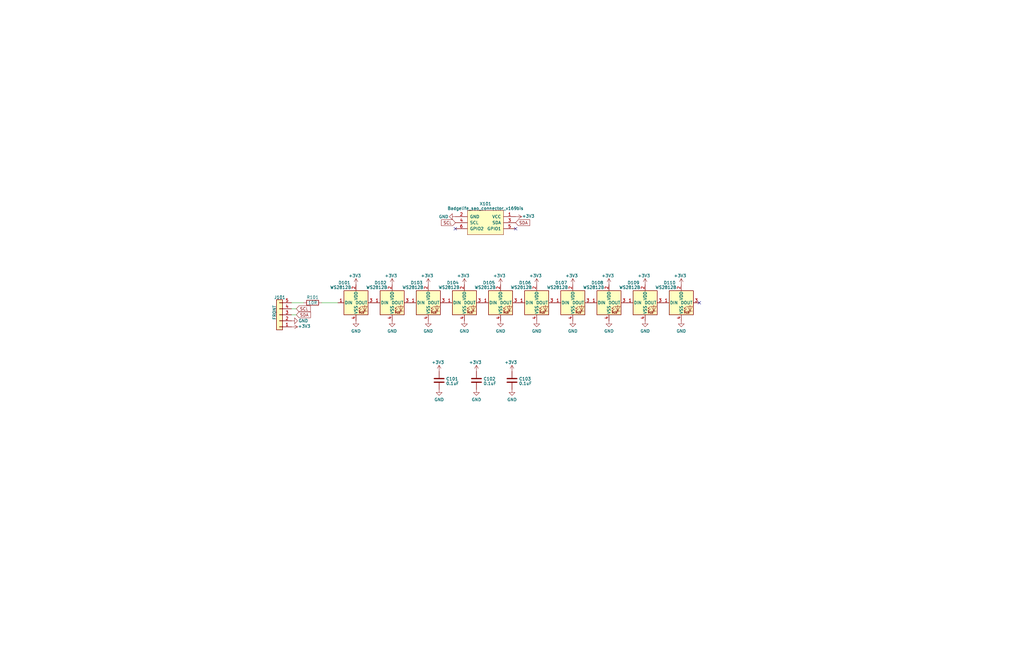
<source format=kicad_sch>
(kicad_sch (version 20230121) (generator eeschema)
  (paper "USLedger")
  (title_block (title "DCZia Electric Sampler") (date "2023-07-14") (rev "1.0") (company "DCZia"))
  (lib_symbols
    (symbol "Connector_Generic:Conn_01x05" (pin_names (offset 1.016) hide)
      (property "Reference" "J" (at 0 7.62 0))
      (property "Value" "Conn_01x05" (at 0 -7.62 0))
      (symbol "Conn_01x05_1_1"
        (rectangle (start -1.27 -4.953) (end 0 -5.207) (stroke (width 0.1524)))
        (rectangle (start -1.27 -2.413) (end 0 -2.667) (stroke (width 0.1524)))
        (rectangle (start -1.27 0.127) (end 0 -0.127) (stroke (width 0.1524)))
        (rectangle (start -1.27 2.667) (end 0 2.413) (stroke (width 0.1524)))
        (rectangle (start -1.27 5.207) (end 0 4.953) (stroke (width 0.1524)))
        (rectangle (start -1.27 6.35) (end 1.27 -6.35) (stroke (width 0.254)) (fill (type background)))
        (pin passive line (at -5.08 5.08 0) (length 3.81) (name "Pin_1") (number "1"))
        (pin passive line (at -5.08 2.54 0) (length 3.81) (name "Pin_2") (number "2"))
        (pin passive line (at -5.08 0 0) (length 3.81) (name "Pin_3") (number "3"))
        (pin passive line (at -5.08 -2.54 0) (length 3.81) (name "Pin_4") (number "4"))
        (pin passive line (at -5.08 -5.08 0) (length 3.81) (name "Pin_5") (number "5"))
      )
    )
    (symbol "Device:C" (pin_numbers hide) (pin_names (offset 0.254))
      (property "Reference" "C" (at 0.635 2.54 0))
      (property "Value" "C" (at 0.635 -2.54 0))
      (symbol "C_0_1"
        (polyline (pts (xy -2.032 -0.762) (xy 2.032 -0.762)) (stroke (width 0.508)))
        (polyline (pts (xy -2.032 0.762) (xy 2.032 0.762)) (stroke (width 0.508)))
      )
      (symbol "C_1_1"
        (pin passive line (at 0 3.81 270) (length 2.794) (name "~") (number "1"))
        (pin passive line (at 0 -3.81 90) (length 2.794) (name "~") (number "2"))
      )
    )
    (symbol "Device:R" (pin_numbers hide) (pin_names (offset 0))
      (property "Reference" "R" (at 2.032 0 90))
      (property "Value" "R" (at 0 0 90))
      (symbol "R_0_1"
        (rectangle (start -1.016 -2.54) (end 1.016 2.54) (stroke (width 0.254)))
      )
      (symbol "R_1_1"
        (pin passive line (at 0 3.81 270) (length 1.27) (name "~") (number "1"))
        (pin passive line (at 0 -3.81 90) (length 1.27) (name "~") (number "2"))
      )
    )
    (symbol "SK6812-SIDE:SK6812-SIDE" (pin_names (offset 0.254))
      (property "Reference" "D" (at 5.08 5.715 0))
      (property "Value" "SK6812-SIDE" (at 1.27 -5.715 0))
      (symbol "SK6812-SIDE_0_0"
        (text "RGB" (at 2.286 -4.191 0) (effects (font (size 0.762 0.762))))
      )
      (symbol "SK6812-SIDE_0_1"
        (polyline (pts (xy 1.27 -3.556) (xy 1.778 -3.556)))
        (polyline (pts (xy 1.27 -2.54) (xy 1.778 -2.54)))
        (polyline (pts (xy 4.699 -3.556) (xy 2.667 -3.556)))
        (polyline (pts (xy 2.286 -2.54) (xy 1.27 -3.556) (xy 1.27 -3.048)))
        (polyline (pts (xy 2.286 -1.524) (xy 1.27 -2.54) (xy 1.27 -2.032)))
        (polyline (pts (xy 3.683 -1.016) (xy 3.683 -3.556) (xy 3.683 -4.064)))
        (polyline (pts (xy 4.699 -1.524) (xy 2.667 -1.524) (xy 3.683 -3.556) (xy 4.699 -1.524)))
        (rectangle (start 5.08 5.08) (end -5.08 -5.08) (stroke (width 0.254)) (fill (type background)))
      )
      (symbol "SK6812-SIDE_1_1"
        (pin input line (at -7.62 0 0) (length 2.54) (name "DIN") (number "1"))
        (pin power_in line (at 0 7.62 270) (length 2.54) (name "VDD") (number "2"))
        (pin output line (at 7.62 0 180) (length 2.54) (name "DOUT") (number "3"))
        (pin power_in line (at 0 -7.62 90) (length 2.54) (name "VSS") (number "4"))
      )
    )
    (symbol "badgelife_shitty_addon_v169bis:Badgelife_sao_connector_v169bis" (pin_names (offset 1.016))
      (property "Reference" "X" (at -7.112 8.382 0))
      (property "Value" "Badgelife_sao_connector_v169bis" (at 0 6.35 0))
      (symbol "Badgelife_sao_connector_v169bis_0_1"
        (rectangle (start 7.62 5.08) (end -7.62 -5.08) (fill (type background)))
      )
      (symbol "Badgelife_sao_connector_v169bis_1_1"
        (pin input line (at 12.7 2.54 180) (length 5.08) (name "VCC") (number "1"))
        (pin input line (at -12.7 2.54 0) (length 5.08) (name "GND") (number "2"))
        (pin input line (at 12.7 0 180) (length 5.08) (name "SDA") (number "3"))
        (pin input line (at -12.7 0 0) (length 5.08) (name "SCL") (number "4"))
        (pin input line (at 12.7 -2.54 180) (length 5.08) (name "GPIO1") (number "5"))
        (pin input line (at -12.7 -2.54 0) (length 5.08) (name "GPIO2") (number "6"))
      )
    )
    (symbol "power:+3V3" (power) (pin_names (offset 0))
      (property "Value" "+3V3" (at 0 3.556 0))
      (symbol "+3V3_0_1"
        (polyline (pts (xy -0.762 1.27) (xy 0 2.54)))
        (polyline (pts (xy 0 0) (xy 0 2.54)))
        (polyline (pts (xy 0 2.54) (xy 0.762 1.27)))
      )
      (symbol "+3V3_1_1"
        (pin power_in line (at 0 0 90) (length 0) hide (name "+3V3") (number "1"))
      )
    )
    (symbol "power:GND" (power) (pin_names (offset 0))
      (property "Value" "GND" (at 0 -3.81 0))
      (symbol "GND_0_1"
        (polyline (pts (xy 0 0) (xy 0 -1.27) (xy 1.27 -1.27) (xy 0 -2.54) (xy -1.27 -1.27) (xy 0 -1.27)))
      )
      (symbol "GND_1_1"
        (pin power_in line (at 0 0 270) (length 0) hide (name "GND") (number "1"))
      )
    )
  )
  (no_connect (at 192.024 96.52))
  (no_connect (at 294.894 127.762))
  (no_connect (at 217.424 96.52))
  (wire (pts (xy 122.936 132.842) (xy 124.968 132.842)))
  (wire (pts (xy 122.936 130.302) (xy 124.968 130.302)))
  (wire (pts (xy 122.936 127.762) (xy 128.016 127.762)))
  (wire (pts (xy 135.636 127.762) (xy 142.494 127.762)))
  (global_label "SCL" (shape input) (at 124.968 130.302 0) (property "Intersheetrefs" "${INTERSHEET_REFS}" (effects hide)))
  (global_label "SDA" (shape input) (at 124.968 132.842 0) (property "Intersheetrefs" "${INTERSHEET_REFS}" (effects hide)))
  (global_label "SCL" (shape input) (at 192.024 93.98 180) (property "Intersheetrefs" "${INTERSHEET_REFS}" (effects hide)))
  (global_label "SDA" (shape input) (at 217.424 93.98 0) (property "Intersheetrefs" "${INTERSHEET_REFS}" (effects hide)))
  (symbol (lib_id "power:GND") (at 180.594 135.382 0) (unit 1)
    (property "Reference" "#PWR0108" (effects hide))
    (property "Value" "GND" (at 180.594 139.7064 0))
  )
  (symbol (lib_id "power:+3V3") (at 122.936 137.922 270) (unit 1)
    (property "Reference" "#PWR0101" (effects hide))
    (property "Value" "+3V3" (at 128.27 137.668 90))
  )
  (symbol (lib_id "SK6812-SIDE:SK6812-SIDE") (at 150.114 127.762 0) (unit 1)
    (property "Reference" "D101" (at 142.6465 119.3303 0) (effects (justify left)))
    (property "Value" "WS2812B" (at 139.1413 121.2734 0) (effects (justify left)))
    (property "Footprint" "lib_fp:LED_SK6812_4020_" (effects hide))
    (property "Datasheet" "https://cdn-shop.adafruit.com/datasheets/WS2812B.pdf" (effects hide))
  )
  (symbol (lib_id "power:GND") (at 185.166 164.338 0) (unit 1)
    (property "Reference" "#PWR0126" (effects hide))
    (property "Value" "GND" (at 185.166 168.6624 0))
  )
  (symbol (lib_id "power:+3V3") (at 165.354 120.142 0) (unit 1)
    (property "Reference" "#PWR0105" (effects hide))
    (property "Value" "+3V3" (at 164.846 116.332 0))
  )
  (symbol (lib_id "power:GND") (at 192.024 91.44 270) (unit 1)
    (property "Reference" "#PWR0124" (effects hide))
    (property "Value" "GND" (at 187.071 91.44 90))
  )
  (symbol (lib_id "power:GND") (at 272.034 135.382 0) (unit 1)
    (property "Reference" "#PWR0120" (effects hide))
    (property "Value" "GND" (at 272.034 139.7064 0))
  )
  (symbol (lib_id "power:GND") (at 287.274 135.382 0) (unit 1)
    (property "Reference" "#PWR0122" (effects hide))
    (property "Value" "GND" (at 287.274 139.7064 0))
  )
  (symbol (lib_id "SK6812-SIDE:SK6812-SIDE") (at 165.354 127.762 0) (unit 1)
    (property "Reference" "D102" (at 157.8865 119.3303 0) (effects (justify left)))
    (property "Value" "WS2812B" (at 154.3813 121.2734 0) (effects (justify left)))
    (property "Footprint" "lib_fp:LED_SK6812_4020_" (effects hide))
    (property "Datasheet" "https://cdn-shop.adafruit.com/datasheets/WS2812B.pdf" (effects hide))
  )
  (symbol (lib_id "power:+3V3") (at 215.9 156.718 0) (unit 1)
    (property "Reference" "#PWR0129" (effects hide))
    (property "Value" "+3V3" (at 215.392 152.908 0))
  )
  (symbol (lib_id "power:+3V3") (at 150.114 120.142 0) (unit 1)
    (property "Reference" "#PWR0103" (effects hide))
    (property "Value" "+3V3" (at 149.606 116.332 0))
  )
  (symbol (lib_id "power:GND") (at 122.936 135.382 90) (unit 1)
    (property "Reference" "#PWR0102" (effects hide))
    (property "Value" "GND" (at 127.889 135.382 90))
  )
  (symbol (lib_id "power:+3V3") (at 226.314 120.142 0) (unit 1)
    (property "Reference" "#PWR0113" (effects hide))
    (property "Value" "+3V3" (at 225.806 116.332 0))
  )
  (symbol (lib_id "Connector_Generic:Conn_01x05") (at 117.856 132.842 180) (unit 1)
    (property "Reference" "J101" (at 117.983 125.476 0))
    (property "Value" "FRONT" (at 115.697 131.826 90))
    (property "Footprint" "Connector_PinSocket_2.54mm:PinSocket_1x05_P2.54mm_Vertical_SMD_Pin1Left" (effects hide))
  )
  (symbol (lib_id "power:+3V3") (at 200.914 156.718 0) (unit 1)
    (property "Reference" "#PWR0127" (effects hide))
    (property "Value" "+3V3" (at 200.406 152.908 0))
  )
  (symbol (lib_id "power:GND") (at 256.794 135.382 0) (unit 1)
    (property "Reference" "#PWR0118" (effects hide))
    (property "Value" "GND" (at 256.794 139.7064 0))
  )
  (symbol (lib_id "badgelife_shitty_addon_v169bis:Badgelife_sao_connector_v169bis") (at 204.724 93.98 0) (unit 1)
    (property "Reference" "X101" (at 204.724 86.0171 0))
    (property "Value" "Badgelife_sao_connector_v169bis" (at 204.724 87.9381 0))
    (property "Footprint" "lib_fp:Badgelife-Shitty-v1.69bis" (effects hide))
  )
  (symbol (lib_id "Device:C") (at 200.914 160.528 0) (unit 1)
    (property "Reference" "C102" (at 203.835 159.8843 0) (effects (justify left)))
    (property "Value" "0.1uF" (at 203.835 161.8053 0) (effects (justify left)))
    (property "Footprint" "Capacitor_SMD:C_0603_1608Metric" (effects hide))
  )
  (symbol (lib_id "SK6812-SIDE:SK6812-SIDE") (at 241.554 127.762 0) (unit 1)
    (property "Reference" "D107" (at 234.0865 119.3303 0) (effects (justify left)))
    (property "Value" "WS2812B" (at 230.5813 121.2734 0) (effects (justify left)))
    (property "Footprint" "lib_fp:LED_SK6812_4020_" (effects hide))
    (property "Datasheet" "https://cdn-shop.adafruit.com/datasheets/WS2812B.pdf" (effects hide))
  )
  (symbol (lib_id "power:+3V3") (at 195.834 120.142 0) (unit 1)
    (property "Reference" "#PWR0109" (effects hide))
    (property "Value" "+3V3" (at 195.326 116.332 0))
  )
  (symbol (lib_id "power:+3V3") (at 272.034 120.142 0) (unit 1)
    (property "Reference" "#PWR0119" (effects hide))
    (property "Value" "+3V3" (at 271.526 116.332 0))
  )
  (symbol (lib_id "SK6812-SIDE:SK6812-SIDE") (at 180.594 127.762 0) (unit 1)
    (property "Reference" "D103" (at 173.1265 119.3303 0) (effects (justify left)))
    (property "Value" "WS2812B" (at 169.6213 121.2734 0) (effects (justify left)))
    (property "Footprint" "lib_fp:LED_SK6812_4020_" (effects hide))
    (property "Datasheet" "https://cdn-shop.adafruit.com/datasheets/WS2812B.pdf" (effects hide))
  )
  (symbol (lib_id "power:GND") (at 226.314 135.382 0) (unit 1)
    (property "Reference" "#PWR0114" (effects hide))
    (property "Value" "GND" (at 226.314 139.7064 0))
  )
  (symbol (lib_id "SK6812-SIDE:SK6812-SIDE") (at 195.834 127.762 0) (unit 1)
    (property "Reference" "D104" (at 188.3665 119.3303 0) (effects (justify left)))
    (property "Value" "WS2812B" (at 184.8613 121.2734 0) (effects (justify left)))
    (property "Footprint" "lib_fp:LED_SK6812_4020_" (effects hide))
    (property "Datasheet" "https://cdn-shop.adafruit.com/datasheets/WS2812B.pdf" (effects hide))
  )
  (symbol (lib_id "power:+3V3") (at 241.554 120.142 0) (unit 1)
    (property "Reference" "#PWR0115" (effects hide))
    (property "Value" "+3V3" (at 241.046 116.332 0))
  )
  (symbol (lib_id "power:+3V3") (at 180.594 120.142 0) (unit 1)
    (property "Reference" "#PWR0107" (effects hide))
    (property "Value" "+3V3" (at 180.086 116.332 0))
  )
  (symbol (lib_id "power:+3V3") (at 217.424 91.44 270) (unit 1)
    (property "Reference" "#PWR0123" (effects hide))
    (property "Value" "+3V3" (at 222.758 91.186 90))
  )
  (symbol (lib_id "power:+3V3") (at 287.274 120.142 0) (unit 1)
    (property "Reference" "#PWR0121" (effects hide))
    (property "Value" "+3V3" (at 286.766 116.332 0))
  )
  (symbol (lib_id "power:GND") (at 165.354 135.382 0) (unit 1)
    (property "Reference" "#PWR0106" (effects hide))
    (property "Value" "GND" (at 165.354 139.7064 0))
  )
  (symbol (lib_id "SK6812-SIDE:SK6812-SIDE") (at 272.034 127.762 0) (unit 1)
    (property "Reference" "D109" (at 264.5665 119.3303 0) (effects (justify left)))
    (property "Value" "WS2812B" (at 261.0613 121.2734 0) (effects (justify left)))
    (property "Footprint" "lib_fp:LED_SK6812_4020_" (effects hide))
    (property "Datasheet" "https://cdn-shop.adafruit.com/datasheets/WS2812B.pdf" (effects hide))
  )
  (symbol (lib_id "power:GND") (at 200.914 164.338 0) (unit 1)
    (property "Reference" "#PWR0128" (effects hide))
    (property "Value" "GND" (at 200.914 168.6624 0))
  )
  (symbol (lib_id "Device:C") (at 215.9 160.528 0) (unit 1)
    (property "Reference" "C103" (at 218.821 159.8843 0) (effects (justify left)))
    (property "Value" "0.1uF" (at 218.821 161.8053 0) (effects (justify left)))
    (property "Footprint" "Capacitor_SMD:C_0603_1608Metric" (effects hide))
  )
  (symbol (lib_id "power:+3V3") (at 256.794 120.142 0) (unit 1)
    (property "Reference" "#PWR0117" (effects hide))
    (property "Value" "+3V3" (at 256.286 116.332 0))
  )
  (symbol (lib_id "Device:C") (at 185.166 160.528 0) (unit 1)
    (property "Reference" "C101" (at 188.087 159.8843 0) (effects (justify left)))
    (property "Value" "0.1uF" (at 188.087 161.8053 0) (effects (justify left)))
    (property "Footprint" "Capacitor_SMD:C_0603_1608Metric" (effects hide))
  )
  (symbol (lib_id "power:GND") (at 211.074 135.382 0) (unit 1)
    (property "Reference" "#PWR0112" (effects hide))
    (property "Value" "GND" (at 211.074 139.7064 0))
  )
  (symbol (lib_id "power:GND") (at 215.9 164.338 0) (unit 1)
    (property "Reference" "#PWR0130" (effects hide))
    (property "Value" "GND" (at 215.9 168.6624 0))
  )
  (symbol (lib_id "Device:R") (at 131.826 127.762 270) (unit 1)
    (property "Reference" "R101" (at 131.826 125.476 90))
    (property "Value" "10R" (at 131.826 127.762 90))
    (property "Footprint" "Resistor_SMD:R_0603_1608Metric" (effects hide))
  )
  (symbol (lib_id "power:+3V3") (at 185.166 156.718 0) (unit 1)
    (property "Reference" "#PWR0125" (effects hide))
    (property "Value" "+3V3" (at 184.658 152.908 0))
  )
  (symbol (lib_id "power:+3V3") (at 211.074 120.142 0) (unit 1)
    (property "Reference" "#PWR0111" (effects hide))
    (property "Value" "+3V3" (at 210.566 116.332 0))
  )
  (symbol (lib_id "SK6812-SIDE:SK6812-SIDE") (at 287.274 127.762 0) (unit 1)
    (property "Reference" "D110" (at 279.8065 119.3303 0) (effects (justify left)))
    (property "Value" "WS2812B" (at 276.3013 121.2734 0) (effects (justify left)))
    (property "Footprint" "lib_fp:LED_SK6812_4020_" (effects hide))
    (property "Datasheet" "https://cdn-shop.adafruit.com/datasheets/WS2812B.pdf" (effects hide))
  )
  (symbol (lib_id "power:GND") (at 241.554 135.382 0) (unit 1)
    (property "Reference" "#PWR0116" (effects hide))
    (property "Value" "GND" (at 241.554 139.7064 0))
  )
  (symbol (lib_id "SK6812-SIDE:SK6812-SIDE") (at 226.314 127.762 0) (unit 1)
    (property "Reference" "D106" (at 218.8465 119.3303 0) (effects (justify left)))
    (property "Value" "WS2812B" (at 215.3413 121.2734 0) (effects (justify left)))
    (property "Footprint" "lib_fp:LED_SK6812_4020_" (effects hide))
    (property "Datasheet" "https://cdn-shop.adafruit.com/datasheets/WS2812B.pdf" (effects hide))
  )
  (symbol (lib_id "power:GND") (at 195.834 135.382 0) (unit 1)
    (property "Reference" "#PWR0110" (effects hide))
    (property "Value" "GND" (at 195.834 139.7064 0))
  )
  (symbol (lib_id "SK6812-SIDE:SK6812-SIDE") (at 211.074 127.762 0) (unit 1)
    (property "Reference" "D105" (at 203.6065 119.3303 0) (effects (justify left)))
    (property "Value" "WS2812B" (at 200.1013 121.2734 0) (effects (justify left)))
    (property "Footprint" "lib_fp:LED_SK6812_4020_" (effects hide))
    (property "Datasheet" "https://cdn-shop.adafruit.com/datasheets/WS2812B.pdf" (effects hide))
  )
  (symbol (lib_id "SK6812-SIDE:SK6812-SIDE") (at 256.794 127.762 0) (unit 1)
    (property "Reference" "D108" (at 249.3265 119.3303 0) (effects (justify left)))
    (property "Value" "WS2812B" (at 245.8213 121.2734 0) (effects (justify left)))
    (property "Footprint" "lib_fp:LED_SK6812_4020_" (effects hide))
    (property "Datasheet" "https://cdn-shop.adafruit.com/datasheets/WS2812B.pdf" (effects hide))
  )
  (symbol (lib_id "power:GND") (at 150.114 135.382 0) (unit 1)
    (property "Reference" "#PWR0104" (effects hide))
    (property "Value" "GND" (at 150.114 139.7064 0))
  )
)
</source>
